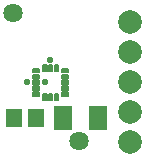
<source format=gbr>
G04 EAGLE Gerber RS-274X export*
G75*
%MOMM*%
%FSLAX34Y34*%
%LPD*%
%INSoldermask Top*%
%IPPOS*%
%AMOC8*
5,1,8,0,0,1.08239X$1,22.5*%
G01*
%ADD10C,2.006600*%
%ADD11C,0.157409*%
%ADD12R,1.427000X1.627000*%
%ADD13R,1.627000X2.127000*%
%ADD14C,1.627000*%
%ADD15C,0.584200*%


D10*
X123190Y16510D03*
X123190Y41910D03*
X123190Y67310D03*
X123190Y92710D03*
X123190Y118110D03*
D11*
X70578Y58908D02*
X65582Y58908D01*
X70578Y58908D02*
X70578Y55712D01*
X65582Y55712D01*
X65582Y58908D01*
X65582Y57207D02*
X70578Y57207D01*
X70578Y58702D02*
X65582Y58702D01*
X65582Y63908D02*
X70578Y63908D01*
X70578Y60712D01*
X65582Y60712D01*
X65582Y63908D01*
X65582Y62207D02*
X70578Y62207D01*
X70578Y63702D02*
X65582Y63702D01*
X65582Y68908D02*
X70578Y68908D01*
X70578Y65712D01*
X65582Y65712D01*
X65582Y68908D01*
X65582Y67207D02*
X70578Y67207D01*
X70578Y68702D02*
X65582Y68702D01*
X65582Y73908D02*
X70578Y73908D01*
X70578Y70712D01*
X65582Y70712D01*
X65582Y73908D01*
X65582Y72207D02*
X70578Y72207D01*
X70578Y73702D02*
X65582Y73702D01*
X65582Y78908D02*
X70578Y78908D01*
X70578Y75712D01*
X65582Y75712D01*
X65582Y78908D01*
X65582Y77207D02*
X70578Y77207D01*
X70578Y78702D02*
X65582Y78702D01*
X59282Y77012D02*
X59282Y82008D01*
X62478Y82008D01*
X62478Y77012D01*
X59282Y77012D01*
X59282Y78507D02*
X62478Y78507D01*
X62478Y80002D02*
X59282Y80002D01*
X59282Y81497D02*
X62478Y81497D01*
X54282Y82008D02*
X54282Y77012D01*
X54282Y82008D02*
X57478Y82008D01*
X57478Y77012D01*
X54282Y77012D01*
X54282Y78507D02*
X57478Y78507D01*
X57478Y80002D02*
X54282Y80002D01*
X54282Y81497D02*
X57478Y81497D01*
X49282Y82008D02*
X49282Y77012D01*
X49282Y82008D02*
X52478Y82008D01*
X52478Y77012D01*
X49282Y77012D01*
X49282Y78507D02*
X52478Y78507D01*
X52478Y80002D02*
X49282Y80002D01*
X49282Y81497D02*
X52478Y81497D01*
X46178Y75712D02*
X41182Y75712D01*
X41182Y78908D01*
X46178Y78908D01*
X46178Y75712D01*
X46178Y77207D02*
X41182Y77207D01*
X41182Y78702D02*
X46178Y78702D01*
X46178Y70712D02*
X41182Y70712D01*
X41182Y73908D01*
X46178Y73908D01*
X46178Y70712D01*
X46178Y72207D02*
X41182Y72207D01*
X41182Y73702D02*
X46178Y73702D01*
X46178Y65712D02*
X41182Y65712D01*
X41182Y68908D01*
X46178Y68908D01*
X46178Y65712D01*
X46178Y67207D02*
X41182Y67207D01*
X41182Y68702D02*
X46178Y68702D01*
X46178Y60712D02*
X41182Y60712D01*
X41182Y63908D01*
X46178Y63908D01*
X46178Y60712D01*
X46178Y62207D02*
X41182Y62207D01*
X41182Y63702D02*
X46178Y63702D01*
X46178Y55712D02*
X41182Y55712D01*
X41182Y58908D01*
X46178Y58908D01*
X46178Y55712D01*
X46178Y57207D02*
X41182Y57207D01*
X41182Y58702D02*
X46178Y58702D01*
X52478Y57608D02*
X52478Y52612D01*
X49282Y52612D01*
X49282Y57608D01*
X52478Y57608D01*
X52478Y54107D02*
X49282Y54107D01*
X49282Y55602D02*
X52478Y55602D01*
X52478Y57097D02*
X49282Y57097D01*
X57478Y57608D02*
X57478Y52612D01*
X54282Y52612D01*
X54282Y57608D01*
X57478Y57608D01*
X57478Y54107D02*
X54282Y54107D01*
X54282Y55602D02*
X57478Y55602D01*
X57478Y57097D02*
X54282Y57097D01*
X62478Y57608D02*
X62478Y52612D01*
X59282Y52612D01*
X59282Y57608D01*
X62478Y57608D01*
X62478Y54107D02*
X59282Y54107D01*
X59282Y55602D02*
X62478Y55602D01*
X62478Y57097D02*
X59282Y57097D01*
D12*
X43790Y36830D03*
X24790Y36830D03*
D13*
X96280Y36830D03*
X66280Y36830D03*
D14*
X80010Y17780D03*
D15*
X36250Y67500D03*
X55000Y86250D03*
D14*
X24130Y126258D03*
D15*
X51250Y67500D03*
M02*

</source>
